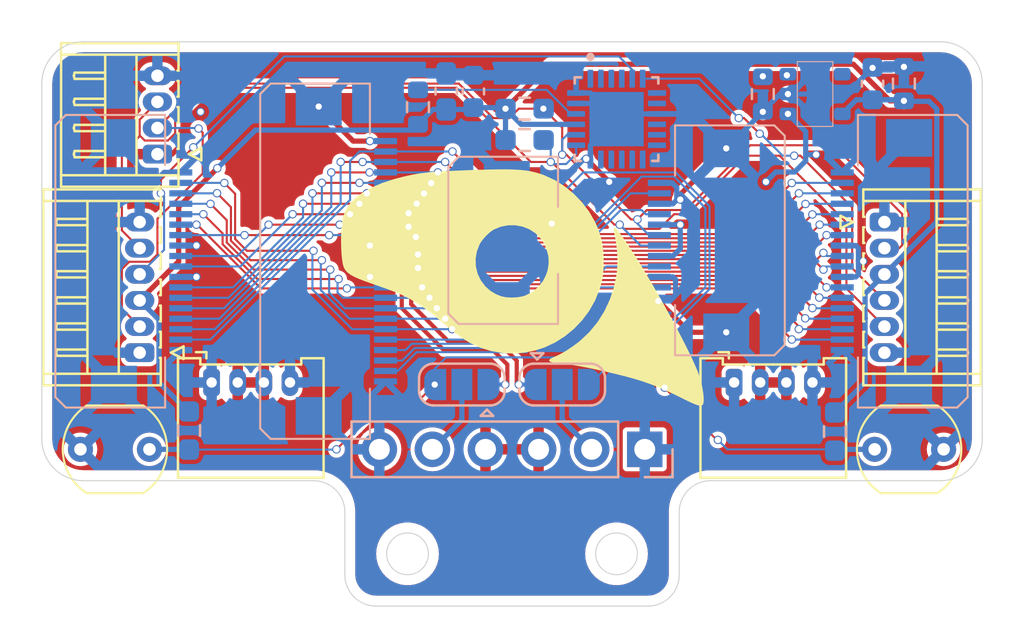
<source format=kicad_pcb>
(kicad_pcb (version 20240108) (generator "pcbnew") (generator_version "8.0")
  (layers (0 "F.Cu" signal) (31 "B.Cu" signal) (34 "B.Paste" user) (35 "F.Paste" user) (36 "B.SilkS" user "B.Silkscreen") (37 "F.SilkS" user "F.Silkscreen") (38 "B.Mask" user) (39 "F.Mask" user) (44 "Edge.Cuts" user))
  (net 0 "")
  (net 1 "GND")
  (net 2 "+3V3")
  (net 3 "+5V")
  (net 4 "SCL")
  (net 5 "SDA")
  (net 6 "Net-(U2-~{INT})")
  (net 7 "EXP Comms B")
  (net 8 "EXP Comms A")
  (net 11 "XShut 0")
  (net 18 "XShut 1")
  (net 25 "GPIO 2")
  (net 26 "GPIO 1")
  (net 27 "GPIO 0")
  (net 28 "GPIO 3")
  (net 29 "Exp 11")
  (net 30 "Exp 5")
  (net 31 "Exp 7")
  (net 32 "Exp 4")
  (net 33 "Exp 13")
  (net 34 "Exp 0")
  (net 35 "Exp 2")
  (net 36 "Exp 12")
  (net 37 "Exp 8")
  (net 38 "Exp 10")
  (net 39 "Exp 6")
  (net 40 "Exp 9")
  (net 41 "Exp 1")
  (net 42 "Exp 3")
  (net 43 "USB -")
  (net 44 "USB +")
  (net 45 "Net-(J2-Pin_2)")
  (net 46 "Net-(J2-Pin_5)")
  (footprint "Connector_Molex:Molex_PicoBlade_53048-0410_1x04_P1.25mm_Horizontal" (layer "F.Cu") (at 135.625 105.8)
    (property "Reference" "J4" (hide yes))
    (property "Value" "JST [D]" (hide yes))
  )
  (footprint "Connector_Hirose:Hirose_DF13-04P-1.25DS_1x04_P1.25mm_Horizontal" (layer "F.Cu") (at 133.0325 94.875 90)
    (property "Reference" "J1" (hide yes))
    (property "Value" "USB" (hide yes))
  )
  (footprint "Photoresistor:Photoresistor Aliexpress" (layer "F.Cu") (at 169 109)
    (property "Reference" "R4" (hide yes))
    (property "Value" "R_Photo" (hide yes))
  )
  (footprint "Photoresistor:Photoresistor Aliexpress" (layer "F.Cu") (at 131 109 180)
    (property "Reference" "R5" (hide yes))
    (property "Value" "R_Photo" (hide yes))
  )
  (footprint "Connector_Hirose:Hirose_DF13-06P-1.25DS_1x06_P1.25mm_Horizontal" (layer "F.Cu") (at 132.1825 104.375001 90)
    (property "Reference" "U3" (hide yes))
    (property "Value" "TOF 0" (hide yes))
  )
  (footprint "Connector_Molex:Molex_PicoBlade_53048-0410_1x04_P1.25mm_Horizontal" (layer "F.Cu") (at 160.625 105.8)
    (property "Reference" "J3" (hide yes))
    (property "Value" "JST [D]" (hide yes))
  )
  (footprint "Logo:Logo_20mm" (layer "F.Cu") (at 150 100)
    (property "Reference" "REF**" (hide yes))
    (property "Value" "Logo_20mm" (hide yes))
  )
  (footprint "Connector_Hirose:Hirose_DF13-06P-1.25DS_1x06_P1.25mm_Horizontal" (layer "F.Cu") (at 167.8175 98.125 -90)
    (property "Reference" "U4" (hide yes))
    (property "Value" "TOF 1" (hide yes))
  )
  (footprint "Capacitor_SMD:C_0603_1608Metric" (layer "B.Cu") (at 167.25 91.5 90)
    (property "Reference" "C5" (hide yes))
    (property "Value" "10uF" (hide yes))
  )
  (footprint "FFC_Connector:FFC Aliexpress 0.5mm 18P" (layer "B.Cu") (at 133.2 100 90)
    (property "Reference" "U9" (hide yes))
    (property "Value" "Display" (hide yes))
  )
  (footprint "Jumper:SolderJumper-3_P1.3mm_Open_RoundedPad1.0x1.5mm" (layer "B.Cu") (at 152.4 105.9)
    (property "Reference" "JP1" (hide yes))
    (property "Value" "SolderJumper_3_Open" (hide yes))
  )
  (footprint "AP7366-SOT25:AP7366" (layer "B.Cu") (at 164.5 92 -90)
    (property "Reference" "U8" (hide yes))
    (property "Value" "AP7366-33W5-7" (hide yes))
  )
  (footprint "Connector_PinHeader_2.54mm:PinHeader_1x06_P2.54mm_Vertical" (layer "B.Cu") (at 156.35 109 90)
    (property "Reference" "J2" (hide yes))
    (property "Value" "Pogo Pins" (hide yes))
  )
  (footprint "Resistor_SMD:R_0603_1608Metric" (layer "B.Cu") (at 162 92 -90)
    (property "Reference" "C3" (hide yes))
    (property "Value" "1uF" (hide yes))
  )
  (footprint "Resistor_SMD:R_0603_1608Metric" (layer "B.Cu") (at 145.5 92.625 90)
    (property "Reference" "R3" (hide yes))
    (property "Value" "10K" (hide yes))
  )
  (footprint "FFC_Connector:FFC Aliexpress 0.5mm 6P" (layer "B.Cu") (at 152 99 90)
    (property "Reference" "U1" (hide yes))
    (property "Value" "Comms Link Expansion" (hide yes))
  )
  (footprint "Resistor_SMD:R_0603_1608Metric_Pad0.98x0.95mm_HandSolder" (layer "B.Cu") (at 150.6 92.7)
    (property "Reference" "R2" (hide yes))
    (property "Value" "10K" (hide yes))
  )
  (footprint "Capacitor_SMD:C_0603_1608Metric_Pad1.08x0.95mm_HandSolder" (layer "B.Cu") (at 146.85 91.875 90)
    (property "Reference" "C2" (hide yes))
    (property "Value" "22uF" (hide yes))
  )
  (footprint "Resistor_SMD:R_0603_1608Metric_Pad0.98x0.95mm_HandSolder" (layer "B.Cu") (at 150.6 94.2)
    (property "Reference" "R1" (hide yes))
    (property "Value" "10K" (hide yes))
  )
  (footprint "Resistor_SMD:R_0603_1608Metric_Pad0.98x0.95mm_HandSolder" (layer "B.Cu") (at 134.55 108.1 -90)
    (property "Reference" "R7" (hide yes))
    (property "Value" "10K" (hide yes))
  )
  (footprint "Resistor_SMD:R_0603_1608Metric" (layer "B.Cu") (at 168.75 91.5 90)
    (property "Reference" "C4" (hide yes))
    (property "Value" "1uF" (hide yes))
  )
  (footprint "Capacitor_SMD:C_0603_1608Metric" (layer "B.Cu") (at 148.15 91.875 90)
    (property "Reference" "C1" (hide yes))
    (property "Value" "0.1uF" (hide yes))
  )
  (footprint "IO_Expander_TCA9535RTWR:QFN50P400X400X80-25N" (layer "B.Cu") (at 155 93.2 -90)
    (property "Reference" "U2" (hide yes))
    (property "Value" "TCA9535RTWR" (hide yes))
  )
  (footprint "FFC_Connector:FFC Aliexpress 0.5mm 24P" (layer "B.Cu") (at 143 100 90)
    (property "Reference" "U7" (hide yes))
    (property "Value" "Expansion" (hide yes))
  )
  (footprint "FFC_Connector:FFC Aliexpress 0.5mm 18P" (layer "B.Cu") (at 166.75 100 -90)
    (property "Reference" "U6" (hide yes))
    (property "Value" "Display" (hide yes))
  )
  (footprint "Jumper:SolderJumper-3_P1.3mm_Open_RoundedPad1.0x1.5mm" (layer "B.Cu") (at 147.6 105.9 180)
    (property "Reference" "JP2" (hide yes))
    (property "Value" "SolderJumper_3_Open" (hide yes))
  )
  (footprint "Resistor_SMD:R_0603_1608Metric_Pad0.98x0.95mm_HandSolder" (layer "B.Cu") (at 165.45 108.15 -90)
    (property "Reference" "R6" (hide yes))
    (property "Value" "10K" (hide yes))
  )
  (footprint "FFC_Connector:FFC Aliexpress 0.5mm 12P" (layer "B.Cu") (at 158 99 -90)
    (property "Reference" "U5" (hide yes))
    (property "Value" "FFC [U]" (hide yes))
  )
  (gr_arc (start 129.5 110.500001) (mid 128.085785 109.914215) (end 127.499999 108.5) (stroke (width 0.05)) (layer "Edge.Cuts"))
  (gr_line (start 129.5 110.500001) (end 140.5 110.5) (stroke (width 0.05)) (layer "Edge.Cuts"))
  (gr_line (start 127.499999 108.5) (end 127.5 91.5) (stroke (width 0.05)) (layer "Edge.Cuts"))
  (gr_line (start 159.5 110.5) (end 170.499999 110.5) (stroke (width 0.05)) (layer "Edge.Cuts"))
  (gr_line (start 129.5 89.5) (end 170.499998 89.500002) (stroke (width 0.05)) (layer "Edge.Cuts"))
  (gr_arc (start 127.5 91.5) (mid 128.085786 90.085786) (end 129.5 89.5) (stroke (width 0.05)) (layer "Edge.Cuts"))
  (gr_arc (start 143.5 116.5) (mid 142.43934 116.06066) (end 142 115) (stroke (width 0.05)) (layer "Edge.Cuts"))
  (gr_arc (start 158 115) (mid 157.56066 116.06066) (end 156.5 116.5) (stroke (width 0.05)) (layer "Edge.Cuts"))
  (gr_circle (center 155 114) (end 155 113) (stroke (width 0.05)) (fill none) (layer "Edge.Cuts"))
  (gr_line (start 172.499998 91.500002) (end 172.5 108.499999) (stroke (width 0.05)) (layer "Edge.Cuts"))
  (gr_arc (start 140.5 110.5) (mid 141.56066 110.93934) (end 142 112) (stroke (width 0.05)) (layer "Edge.Cuts"))
  (gr_arc (start 172.5 108.499999) (mid 171.914214 109.914214) (end 170.499999 110.5) (stroke (width 0.05)) (layer "Edge.Cuts"))
  (gr_line (start 143.5 116.5) (end 156.5 116.5) (stroke (width 0.05)) (layer "Edge.Cuts"))
  (gr_line (start 142 112) (end 142 115) (stroke (width 0.05)) (layer "Edge.Cuts"))
  (gr_arc (start 170.499998 89.500002) (mid 171.914212 90.085788) (end 172.499998 91.500002) (stroke (width 0.05)) (layer "Edge.Cuts"))
  (gr_arc (start 158 112) (mid 158.43934 110.93934) (end 159.5 110.5) (stroke (width 0.05)) (layer "Edge.Cuts"))
  (gr_circle (center 145 114) (end 145 113) (stroke (width 0.05)) (fill none) (layer "Edge.Cuts"))
  (gr_line (start 158 115) (end 158 112) (stroke (width 0.05)) (layer "Edge.Cuts"))
  (segment (start 157 101.9) (end 158.5 103.4) (width 0.25) (layer "F.Cu") (net 1))
  (segment (start 154.7 96.2) (end 154.65 96.2) (width 0.25) (layer "F.Cu") (net 1))
  (segment (start 168.75 90.7) (end 167.3 90.7) (width 0.25) (layer "F.Cu") (net 1))
  (segment (start 153.55 95.1) (end 154.65 96.2) (width 0.25) (layer "F.Cu") (net 1))
  (segment (start 142.4 94.25) (end 140.75 92.6) (width 0.25) (layer "F.Cu") (net 1))
  (segment (start 158.05 96.8) (end 160.25 94.6) (width 0.25) (layer "F.Cu") (net 1))
  (segment (start 143.2 94.25) (end 142.4 94.25) (width 0.25) (layer "F.Cu") (net 1))
  (segment (start 158.5 103.4) (end 160.25 103.4) (width 0.25) (layer "F.Cu") (net 1))
  (segment (start 158.05 97.05) (end 158.05 96.8) (width 0.25) (layer "F.Cu") (net 1))
  (segment (start 167.3 90.7) (end 167.25 90.75) (width 0.25) (layer "F.Cu") (net 1))
  (via (at 143.2 94.25) (size 0.4) (drill 0.3) (layers "F.Cu" "B.Cu") (net 1))
  (via (at 157 101.9) (size 0.4) (drill 0.3) (layers "F.Cu" "B.Cu") (net 1))
  (via (at 160.25 103.4) (size 0.4) (drill 0.3) (layers "F.Cu" "B.Cu") (net 1))
  (via (at 154.65 96.2) (size 0.4) (drill 0.3) (layers "F.Cu" "B.Cu") (net 1))
  (via (at 163.2 92) (size 0.4) (drill 0.3) (layers "F.Cu" "B.Cu") (net 1))
  (via (at 140.75 92.6) (size 0.4) (drill 0.3) (layers "F.Cu" "B.Cu") (net 1))
  (via (at 162 92.85) (size 0.4) (drill 0.3) (layers "F.Cu" "B.Cu") (net 1))
  (via (at 158.05 97.05) (size 0.4) (drill 0.3) (layers "F.Cu" "B.Cu") (net 1))
  (via (at 153.55 95.1) (size 0.4) (drill 0.3) (layers "F.Cu" "B.Cu") (net 1))
  (via (at 167.25 90.75) (size 0.4) (drill 0.3) (layers "F.Cu" "B.Cu") (net 1))
  (via (at 160.25 94.6) (size 0.4) (drill 0.3) (layers "F.Cu" "B.Cu") (net 1))
  (via (at 168.75 90.7) (size 0.4) (drill 0.3) (layers "F.Cu" "B.Cu") (net 1))
  (segment (start 157.825 100.875) (end 157.825 101.625) (width 0.25) (layer "B.Cu") (net 1))
  (segment (start 162 92.85) (end 160.25 94.6) (width 0.25) (layer "B.Cu") (net 1))
  (segment (start 153.75 91.95) (end 155 93.2) (width 0.25) (layer "B.Cu") (net 1))
  (segment (start 155 93.2) (end 155.25 92.95) (width 0.25) (layer "B.Cu") (net 1))
  (segment (start 153.585 95.135) (end 153.55 95.1) (width 0.25) (layer "B.Cu") (net 1))
  (segment (start 157.661092 96.25) (end 157.880546 96.469454) (width 0.25) (layer "B.Cu") (net 1))
  (segment (start 152.45 96.1) (end 149.75 96.1) (width 0.25) (layer "B.Cu") (net 1))
  (segment (start 158.030546 97.069454) (end 158.05 97.05) (width 0.25) (layer "B.Cu") (net 1))
  (segment (start 155.25 92.95) (end 156.935 92.95) (width 0.25) (layer "B.Cu") (net 1))
  (segment (start 154.25 92.45) (end 155 93.2) (width 0.25) (layer "B.Cu") (net 1))
  (segment (start 157.880546 96.469454) (end 157.880546 97.069454) (width 0.25) (layer "B.Cu") (net 1))
  (segment (start 153.75 94.45) (end 155 93.2) (width 0.25) (layer "B.Cu") (net 1))
  (segment (start 162.825 92) (end 162 92.825) (width 0.25) (layer "B.Cu") (net 1))
  (segment (start 143.949999 94.25) (end 143.2 94.25) (width 0.25) (layer "B.Cu") (net 1))
  (segment (start 158.575 100.875) (end 157.55 101.9) (width 0.25) (layer "B.Cu") (net 1))
  (segment (start 153.45 95.1) (end 152.45 96.1) (width 0.25) (layer "B.Cu") (net 1))
  (segment (start 163.2 92) (end 162.825 92) (width 0.25) (layer "B.Cu") (net 1))
  (segment (start 157.880546 97.069454) (end 158.030546 97.069454) (width 0.25) (layer "B.Cu") (net 1))
  (segment (start 153.75 95.135) (end 153.75 94.45) (width 0.25) (layer "B.Cu") (net 1))
  (segment (start 154.65 96.2) (end 154.5 96.2) (width 0.25) (layer "B.Cu") (net 1))
  (segment (start 134.15 95.75) (end 133.35 95.75) (width 0.25) (layer "B.Cu") (net 1))
  (segment (start 158.575 97.575) (end 158.575 100.875) (width 0.25) (layer "B.Cu") (net 1))
  (segment (start 157.05 100.749999) (end 157.699999 100.749999) (width 0.25) (layer "B.Cu") (net 1))
  (segment (start 157.880546 97.069454) (end 157.699999 97.250001) (width 0.25) (layer "B.Cu") (net 1))
  (segment (start 168.75 90.675) (end 168.75 90.7) (width 0.1) (layer "B.Cu") (net 1))
  (segment (start 167.25 90.75) (end 166 92) (width 0.25) (layer "B.Cu") (net 1))
  (segment (start 158.05 97.05) (end 158.575 97.575) (width 0.25) (layer "B.Cu") (net 1))
  (segment (start 153.064999 92.45) (end 154.25 92.45) (width 0.25) (layer "B.Cu") (net 1))
  (segment (start 154.5 96.2) (end 152.95 97.75) (width 0.25) (layer "B.Cu") (net 1))
  (segment (start 157.55 101.9) (end 157 101.9) (width 0.25) (layer "B.Cu") (net 1))
  (segment (start 167.25 90.725) (end 167.25 90.75) (width 0.1) (layer "B.Cu") (net 1))
  (segment (start 153.065 91.95) (end 153.75 91.95) (width 0.25) (layer "B.Cu") (net 1))
  (segment (start 162 92.825) (end 162 92.85) (width 0.1) (layer "B.Cu") (net 1))
  (segment (start 153.55 95.1) (end 153.45 95.1) (width 0.25) (layer "B.Cu") (net 1))
  (segment (start 153.75 95.135) (end 153.585 95.135) (width 0.25) (layer "B.Cu") (net 1))
  (segment (start 157.825 101.625) (end 157.7 101.75) (width 0.25) (layer "B.Cu") (net 1))
  (segment (start 157.05 96.25) (end 157.661092 96.25) (width 0.25) (layer "B.Cu") (net 1))
  (segment (start 157.699999 100.749999) (end 157.825 100.875) (width 0.25) (layer "B.Cu") (net 1))
  (segment (start 157.05 101.85) (end 157 101.9) (width 0.25) (layer "B.Cu") (net 1))
  (segment (start 132.1825 96.9175) (end 132.1825 98.125002) (width 0.25) (layer "B.Cu") (net 1))
  (segment (start 157.7 101.75) (end 157.05 101.75) (width 0.25) (layer "B.Cu") (net 1))
  (segment (start 157.05 101.75) (end 157.05 101.85) (width 0.25) (layer "B.Cu") (net 1))
  (segment (start 133.35 95.75) (end 132.1825 96.9175) (width 0.25) (layer "B.Cu") (net 1))
  (segment (start 166 92) (end 163.2 92) (width 0.25) (layer "B.Cu") (net 1))
  (segment (start 157.699999 97.250001) (end 157.05 97.250001) (width 0.25) (layer "B.Cu") (net 1))
  (segment (start 134.05 100.007501) (end 132.1825 101.875001) (width 0.25) (layer "F.Cu") (net 2))
  (segment (start 134.05 97.4) (end 134.05 100.007501) (width 0.25) (layer "F.Cu") (net 2))
  (segment (start 151.8125 90.575) (end 166.332537 90.575) (width 0.25) (layer "F.Cu") (net 2))
  (segment (start 149.6875 92.7) (end 151.8125 90.575) (width 0.25) (layer "F.Cu") (net 2))
  (segment (start 135.9 95.55) (end 134.05 97.4) (width 0.25) (layer "F.Cu") (net 2))
  (segment (start 166.332537 90.575) (end 168.082537 92.325) (width 0.25) (layer "F.Cu") (net 2))
  (segment (start 168.082537 92.325) (end 168.75 92.325) (width 0.25) (layer "F.Cu") (net 2))
  (via (at 168.75 92.325) (size 0.4) (drill 0.3) (layers "F.Cu" "B.Cu") (net 2))
  (via (at 135.9 95.55) (size 0.4) (drill 0.3) (layers "F.Cu" "B.Cu") (net 2))
  (via (at 149.6875 92.7) (size 0.4) (drill 0.3) (layers "F.Cu" "B.Cu") (net 2))
  (segment (start 146.85 92.737501) (end 148.062499 92.737501) (width 0.25) (layer "B.Cu") (net 2))
  (segment (start 168.75 92.35) (end 169.95 92.35) (width 0.25) (layer "B.Cu") (net 2))
  (segment (start 146.212499 92.737501) (end 145.5 93.45) (width 0.25) (layer "B.Cu") (net 2))
  (segment (start 145.5 93.45) (end 145.225 93.725) (width 0.25) (layer "B.Cu") (net 2))
  (segment (start 137.725 93.725) (end 135.9 95.55) (width 0.25) (layer "B.Cu") (net 2))
  (segment (start 166.475 92.275) (end 165.8 92.95) (width 0.25) (layer "B.Cu") (net 2))
  (segment (start 165.5 107.1875) (end 166.8925 105.795) (width 0.25) (layer "B.Cu") (net 2))
  (segment (start 167.25 92.275) (end 166.475 92.275) (width 0.25) (layer "B.Cu") (net 2))
  (segment (start 170.325 92.725) (end 170.325 98.1175) (width 0.25) (layer "B.Cu") (net 2))
  (segment (start 167.25 92.275) (end 168.7 92.275) (width 0.25) (layer "B.Cu") (net 2))
  (segment (start 150.4375 93.45) (end 153.065 93.45) (width 0.25) (layer "B.Cu") (net 2))
  (segment (start 132.1825 101.875001) (end 133.1075 102.800001) (width 0.25) (layer "B.Cu") (net 2))
  (segment (start 169.95 92.35) (end 170.325 92.725) (width 0.25) (layer "B.Cu") (net 2))
  (segment (start 148.15 92.65) (end 149.6375 92.65) (width 0.25) (layer "B.Cu") (net 2))
  (segment (start 133.1075 105.795) (end 134.5 107.1875) (width 0.25) (layer "B.Cu") (net 2))
  (segment (start 145.225 93.725) (end 137.725 93.725) (width 0.25) (layer "B.Cu") (net 2))
  (segment (start 168.7 92.275) (end 168.75 92.325) (width 0.25) (layer "B.Cu") (net 2))
  (segment (start 146.85 92.737501) (end 146.212499 92.737501) (width 0.25) (layer "B.Cu") (net 2))
  (segment (start 166.8925 105.795) (end 166.8925 101.55) (width 0.25) (layer "B.Cu") (net 2))
  (segment (start 149.6375 92.65) (end 149.6875 92.7) (width 0.25) (layer "B.Cu") (net 2))
  (segment (start 148.062499 92.737501) (end 148.15 92.65) (width 0.25) (layer "B.Cu") (net 2))
  (segment (start 149.6875 92.7) (end 149.6875 94.2) (width 0.25) (layer "B.Cu") (net 2))
  (segment (start 149.6875 92.7) (end 150.4375 93.45) (width 0.25) (layer "B.Cu") (net 2))
  (segment (start 166.8925 101.55) (end 167.8175 100.625) (width 0.25) (layer "B.Cu") (net 2))
  (segment (start 167.25 92.275) (end 168.675 92.275) (width 0.25) (layer "B.Cu") (net 2))
  (segment (start 170.325 98.1175) (end 167.8175 100.625) (width 0.25) (layer "B.Cu") (net 2))
  (segment (start 168.75 92.35) (end 168.75 92.325) (width 0.1) (layer "B.Cu") (net 2))
  (segment (start 133.1075 102.800001) (end 133.1075 105.795) (width 0.25) (layer "B.Cu") (net 2))
  (segment (start 168.675 92.275) (end 168.75 92.35) (width 0.25) (layer "B.Cu") (net 2))
  (segment (start 158.05 98.25) (end 160.1 98.25) (width 0.25) (layer "F.Cu") (net 3))
  (segment (start 165.4 95.65) (end 164.65 94.9) (width 0.25) (layer "F.Cu") (net 3))
  (segment (start 166.8 100) (end 166.8 97.05) (width 0.25) (layer "F.Cu") (net 3))
  (segment (start 134.1575 93.75) (end 135.0575 92.85) (width 0.25) (layer "F.Cu") (net 3))
  (segment (start 166.8 97.05) (end 165.4 95.65) (width 0.25) (layer "F.Cu") (net 3))
  (segment (start 133.0325 94.875) (end 133.7325 94.875) (width 0.25) (layer "F.Cu") (net 3))
  (segment (start 134.1575 94.45) (end 134.1575 93.75) (width 0.25) (layer "F.Cu") (net 3))
  (segment (start 135.0575 92.85) (end 135.1 92.85) (width 0.25) (layer "F.Cu") (net 3))
  (segment (start 160.1 98.25) (end 162.15 96.2) (width 0.25) (layer "F.Cu") (net 3))
  (segment (start 133.7325 94.875) (end 134.1575 94.45) (width 0.25) (layer "F.Cu") (net 3))
  (segment (start 164.65 94.9) (end 164.55 94.9) (width 0.25) (layer "F.Cu") (net 3))
  (via (at 162.15 96.2) (size 0.4) (drill 0.3) (layers "F.Cu" "B.Cu") (net 3))
  (via (at 134.9 99.25) (size 0.4) (drill 0.3) (layers "F.Cu" "B.Cu") (net 3))
  (via (at 163.15 91.1) (size 0.4) (drill 0.3) (layers "F.Cu" "B.Cu") (net 3))
  (via (at 163.2 92.95) (size 0.4) (drill 0.3) (layers "F.Cu" "B.Cu") (net 3))
  (via (at 143.2 100.75) (size 0.4) (drill 0.3) (layers "F.Cu" "B.Cu") (net 3))
  (via (at 164.55 94.9) (size 0.4) (drill 0.3) (layers "F.Cu" "B.Cu") (net 3))
  (via (at 158.05 98.25) (size 0.4) (drill 0.3) (layers "F.Cu" "B.Cu") (net 3))
  (via (at 166.8 100) (size 0.4) (drill 0.3) (layers "F.Cu" "B.Cu") (net 3))
  (via (at 151.9 98.2) (size 0.4) (drill 0.3) (layers "F.Cu" "B.Cu") (net 3))
  (via (at 162 91.15) (size 0.4) (drill 0.3) (layers "F.Cu" "B.Cu") (net 3))
  (via (at 143.2 99.25) (size 0.4) (drill 0.3) (layers "F.Cu" "B.Cu") (net 3))
  (via (at 135.1 92.85) (size 0.4) (drill 0.3) (layers "F.Cu" "B.Cu") (net 3))
  (via (at 134.9 100.75) (size 0.4) (drill 0.3) (layers "F.Cu" "B.Cu") (net 3))
  (segment (start 157.05 98.249999) (end 158.049999 98.249999) (width 0.25) (layer "B.Cu") (net 3))
  (segment (start 166.575 100.625) (end 166.449999 100.750001) (width 0.25) (layer "B.Cu") (net 3))
  (segment (start 162.619378 95.730622) (end 163.519378 95.730622) (width 0.25) (layer "B.Cu") (net 3))
  (segment (start 134.15 99.249999) (end 134.899999 99.249999) (width 0.25) (layer "B.Cu") (net 3))
  (segment (start 152.300001 98.75) (end 152.95 98.75) (width 0.25) (layer "B.Cu") (net 3))
  (segment (start 164.55 94.9) (end 164.05 94.9) (width 0.25) (layer "B.Cu") (net 3))
  (segment (start 158.05 99.4) (end 157.699999 99.750001) (width 0.25) (layer "B.Cu") (net 3))
  (segment (start 134.899999 99.249999) (end 134.9 99.25) (width 0.25) (layer "B.Cu") (net 3))
  (segment (start 143.200001 99.249999) (end 143.2 99.25) (width 0.25) (layer "B.Cu") (net 3))
  (segment (start 162 91.175) (end 162 91.15) (width 0.1) (layer "B.Cu") (net 3))
  (segment (start 152.95 99.25) (end 152.95 98.75) (width 0.25) (layer "B.Cu") (net 3))
  (segment (start 143.95 100.750001) (end 143.200001 100.750001) (width 0.25) (layer "B.Cu") (net 3))
  (segment (start 162.15 96.2) (end 162.619378 95.730622) (width 0.25) (layer "B.Cu") (net 3))
  (segment (start 134.15 100.750001) (end 134.899999 100.750001) (width 0.25) (layer "B.Cu") (net 3))
  (segment (start 166.575 100) (end 166.8 100) (width 0.25) (layer "B.Cu") (net 3))
  (segment (start 163.519378 95.730622) (end 164.05 95.2) (width 0.25) (layer "B.Cu") (net 3))
  (segment (start 143.95 99.249999) (end 143.200001 99.249999) (width 0.25) (layer "B.Cu") (net 3))
  (segment (start 164.05 93.8) (end 163.2 92.95) (width 0.25) (layer "B.Cu") (net 3))
  (segment (start 165.8 99.249999) (end 166.449999 99.249999) (width 0.25) (layer "B.Cu") (net 3))
  (segment (start 166.575 99.375) (end 166.575 100) (width 0.25) (layer "B.Cu") (net 3))
  (segment (start 163.2 91.05) (end 163.15 91.1) (width 0.1) (layer "B.Cu") (net 3))
  (segment (start 166.449999 100.750001) (end 165.8 100.750001) (width 0.25) (layer "B.Cu") (net 3))
  (segment (start 143.200001 100.750001) (end 143.2 100.75) (width 0.25) (layer "B.Cu") (net 3))
  (segment (start 166.575 100) (end 166.575 100.625) (width 0.25) (layer "B.Cu") (net 3))
  (segment (start 134.899999 100.750001) (end 134.9 100.75) (width 0.25) (layer "B.Cu") (net 3))
  (segment (start 158.05 98.25) (end 158.05 99.4) (width 0.25) (layer "B.Cu") (net 3))
  (segment (start 151.9 98.349999) (end 152.300001 98.75) (width 0.25) (layer "B.Cu") (net 3))
  (segment (start 164.05 95.2) (end 164.05 94.9) (width 0.25) (layer "B.Cu") (net 3))
  (segment (start 157.699999 99.750001) (end 157.05 99.750001) (width 0.25) (layer "B.Cu") (net 3))
  (segment (start 164.05 94.9) (end 164.05 93.8) (width 0.25) (layer "B.Cu") (net 3))
  (segment (start 158.049999 98.249999) (end 158.05 98.25) (width 0.25) (layer "B.Cu") (net 3))
  (segment (start 151.9 98.2) (end 151.9 98.349999) (width 0.25) (layer "B.Cu") (net 3))
  (segment (start 166.449999 99.249999) (end 166.575 99.375) (width 0.25) (layer "B.Cu") (net 3))
  (segment (start 162.8 94.95) (end 166 98.15) (width 0.1) (layer "F.Cu") (net 4))
  (segment (start 131.3325 98.525001) (end 131.3325 94.8675) (width 0.1) (layer "F.Cu") (net 4))
  (segment (start 161.182842 94.95) (end 162.8 94.95) (width 0.1) (layer "F.Cu") (net 4))
  (segment (start 131.3325 94.8675) (end 132.2 94) (width 0.1) (layer "F.Cu") (net 4))
  (segment (start 133.8825 93.2675) (end 133.8825 93.873529) (width 0.1) (layer "F.Cu") (net 4))
  (segment (start 132.2 94) (end 132.1825 93.9825) (width 0.1) (layer "F.Cu") (net 4))
  (segment (start 155.35 98.45) (end 157.05 98.45) (width 0.1) (layer "F.Cu") (net 4))
  (segment (start 154.9 98.25) (end 151.9 95.25) (width 0.1) (layer "F.Cu") (net 4))
  (segment (start 133.531028 94.225001) (end 132.425001 94.225001) (width 0.1) (layer "F.Cu") (net 4))
  (segment (start 132.425001 94.225001) (end 132.2 94) (width 0.1) (layer "F.Cu") (net 4))
  (segment (start 151.85 95.25) (end 150.9 95.25) (width 0.1) (layer "F.Cu") (net 4))
  (segment (start 132.1825 93.9825) (end 132.1825 93.225) (width 0.1) (layer "F.Cu") (net 4))
  (segment (start 132.1825 93.225) (end 133.0325 92.375) (width 0.1) (layer "F.Cu") (net 4))
  (segment (start 158.382842 97.75) (end 161.182842 94.95) (width 0.1) (layer "F.Cu") (net 4))
  (segment (start 166 101.3075) (end 167.8175 103.125) (width 0.1) (layer "F.Cu") (net 4))
  (segment (start 150.9 95.25) (end 147.35 91.7) (width 0.1) (layer "F.Cu") (net 4))
  (segment (start 155.15 98.25) (end 154.9 98.25) (width 0.1) (layer "F.Cu") (net 4))
  (segment (start 132.1825 99.375001) (end 131.3325 98.525001) (width 0.1) (layer "F.Cu") (net 4))
  (segment (start 166 98.15) (end 166 101.3075) (width 0.1) (layer "F.Cu") (net 4))
  (segment (start 151.9 95.25) (end 151.85 95.25) (width 0.1) (layer "F.Cu") (net 4))
  (segment (start 147.35 91.7) (end 135.45 91.7) (width 0.1) (layer "F.Cu") (net 4))
  (segment (start 133.8825 93.873529) (end 133.531028 94.225001) (width 0.1) (layer "F.Cu") (net 4))
  (segment (start 157.05 98.45) (end 157.75 97.75) (width 0.1) (layer "F.Cu") (net 4))
  (segment (start 155.15 98.25) (end 155.35 98.45) (width 0.1) (layer "F.Cu") (net 4))
  (segment (start 157.75 97.75) (end 158.382842 97.75) (width 0.1) (layer "F.Cu") (net 4))
  (segment (start 135.45 91.7) (end 133.8825 93.2675) (width 0.1) (layer "F.Cu") (net 4))
  (via (at 151.85 95.25) (size 0.4) (drill 0.3) (layers "F.Cu" "B.Cu") (net 4))
  (via (at 155.15 98.25) (size 0.4) (drill 0.3) (layers "F.Cu" "B.Cu") (net 4))
  (segment (start 153.065 94.45) (end 153.065 94.871397) (width 0.1) (layer "B.Cu") (net 4))
  (segment (start 151.85 94.5375) (end 151.5125 94.2) (width 0.1) (layer "B.Cu") (net 4))
  (segment (start 156.15 99.25) (end 157.05 99.25) (width 0.1) (layer "B.Cu") (net 4))
  (segment (start 153.065 94.871397) (end 152.586397 95.35) (width 0.1) (layer "B.Cu") (net 4))
  (segment (start 155.15 98.25) (end 156.15 99.25) (width 0.1) (layer "B.Cu") (net 4))
  (segment (start 152.586397 95.35) (end 151.95 95.35) (width 0.1) (layer "B.Cu") (net 4))
  (segment (start 151.95 95.35) (end 151.85 95.25) (width 0.1) (layer "B.Cu") (net 4))
  (segment (start 151.85 95.25) (end 151.85 94.5375) (width 0.1) (layer "B.Cu") (net 4))
  (segment (start 133.0325 97.9675) (end 133.0325 99.67353) (width 0.1) (layer "F.Cu") (net 5))
  (segment (start 135 93.65) (end 135.2 93.85) (width 0.1) (layer "F.Cu") (net 5))
  (segment (start 158.3 97.55) (end 156.45 97.55) (width 0.1) (layer "F.Cu") (net 5))
  (segment (start 155.7 98) (end 152.6 94.9) (width 0.1) (layer "F.Cu") (net 5))
  (segment (start 131.3325 100.376474) (end 131.3325 102.275002) (width 0.1) (layer "F.Cu") (net 5))
  (segment (start 151.5 92.7) (end 150.323897 92.7) (width 0.1) (layer "F.Cu") (net 5))
  (segment (start 156 98) (end 155.7 98) (width 0.1) (layer "F.Cu") (net 5))
  (segment (start 165.379064 94.45) (end 161.4 94.45) (width 0.1) (layer "F.Cu") (net 5))
  (segment (start 168.525001 99.374999) (end 168.6675 99.2325) (width 0.1) (layer "F.Cu") (net 5))
  (segment (start 152.6 94.9) (end 152.4 94.9) (width 0.1) (layer "F.Cu") (net 5))
  (segment (start 133.0325 99.67353) (end 132.681028 100.025002) (width 0.1) (layer "F.Cu") (net 5))
  (segment (start 152.4 93.6) (end 152.4 94.9) (width 0.1) (layer "F.Cu") (net 5))
  (segment (start 149.873897 93.15) (end 149.1 93.15) (width 0.1) (layer "F.Cu") (net 5))
  (segment (start 150.323897 92.7) (end 149.873897 93.15) (width 0.1) (layer "F.Cu") (net 5))
  (segment (start 168.6675 97.738436) (end 165.379064 94.45) (width 0.1) (layer "F.Cu") (net 5))
  (segment (start 156.45 97.55) (end 156 98) (width 0.1) (layer "F.Cu") (net 5))
  (segment (start 149.1 93.15) (end 147.45 91.5) (width 0.1) (layer "F.Cu") (net 5))
  (segment (start 151.5 92.7) (end 152.4 93.6) (width 0.1) (layer "F.Cu") (net 5))
  (segment (start 135.2 93.85) (end 135.2 95.8) (width 0.1) (layer "F.Cu") (net 5))
  (segment (start 135.2 95.8) (end 133.0325 97.9675) (width 0.1) (layer "F.Cu") (net 5))
  (segment (start 161.4 94.45) (end 158.3 97.55) (width 0.1) (layer "F.Cu") (net 5))
  (segment (start 131.3325 102.275002) (end 132.1825 103.125002) (width 0.1) (layer "F.Cu") (net 5))
  (segment (start 131.683972 100.025002) (end 131.3325 100.376474) (width 0.1) (layer "F.Cu") (net 5))
  (segment (start 168.6675 99.2325) (end 168.6675 97.738436) (width 0.1) (layer "F.Cu") (net 5))
  (segment (start 132.681028 100.025002) (end 131.683972 100.025002) (width 0.1) (layer "F.Cu") (net 5))
  (segment (start 147.45 91.5) (end 135.157501 91.5) (width 0.1) (layer "F.Cu") (net 5))
  (segment (start 167.8175 99.374999) (end 168.525001 99.374999) (width 0.1) (layer "F.Cu") (net 5))
  (segment (start 135.157501 91.5) (end 133.0325 93.625001) (width 0.1) (layer "F.Cu") (net 5))
  (via (at 151.5 92.7) (size 0.4) (drill 0.3) (layers "F.Cu" "B.Cu") (net 5))
  (via (at 156 98) (size 0.4) (drill 0.3) (layers "F.Cu" "B.Cu") (net 5))
  (via (at 152.4 94.9) (size 0.4) (drill 0.3) (layers "F.Cu" "B.Cu") (net 5))
  (via (at 135 93.65) (size 0.4) (drill 0.3) (layers "F.Cu" "B.Cu") (net 5))
  (segment (start 152.634999 93.95) (end 152.4 94.184999) (width 0.1) (layer "B.Cu") (net 5))
  (segment (start 133.0325 93.625001) (end 134.875001 93.625001) (width 0.1) (layer "B.Cu") (net 5))
  (segment (start 156 98.199999) (end 156.550001 98.75) (width 0.1) (layer "B.Cu") (net 5))
  (segment (start 151.5125 92.7) (end 151.5 92.7) (width 0.1) (layer "B.Cu") (net 5))
  (segment (start 153.064999 93.95) (end 152.634999 93.95) (width 0.1) (layer "B.Cu") (net 5))
  (segment (start 134.9 93.65) (end 135 93.65) (width 0.1) (layer "B.Cu") (net 5))
  (segment (start 156.550001 98.75) (end 157.05 98.75) (width 0.1) (layer "B.Cu") (net 5))
  (segment (start 134.875001 93.625001) (end 134.9 93.65) (width 0.1) (layer "B.Cu") (net 5))
  (segment (start 152.4 94.184999) (end 152.4 94.9) (width 0.1) (layer "B.Cu") (net 5))
  (segment (start 156 98) (end 156 98.199999) (width 0.1) (layer "B.Cu") (net 5))
  (segment (start 153.065 92.95) (end 152.806703 92.95) (width 0.1) (layer "B.Cu") (net 6))
  (segment (start 151.656703 91.8) (end 145.5 91.8) (width 0.1) (layer "B.Cu") (net 6))
  (segment (start 152.806703 92.95) (end 151.656703 91.8) (width 0.1) (layer "B.Cu") (net 6))
  (segment (start 141.6 109) (end 143.35 107.25) (width 0.1) (layer "F.Cu") (net 7))
  (segment (start 143.35 107.25) (end 144.95 107.25) (width 0.1) (layer "F.Cu") (net 7))
  (segment (start 144.95 107.25) (end 146.3 105.9) (width 0.1) (layer "F.Cu") (net 7))
  (via (at 146.3 105.9) (size 0.4) (drill 0.3) (layers "F.Cu" "B.Cu") (net 7))
  (via (at 141.6 109) (size 0.4) (drill 0.3) (layers "F.Cu" "B.Cu") (net 7))
  (segment (start 159.25 101.25) (end 155.9 104.6) (width 0.1) (layer "B.Cu") (net 7))
  (segment (start 159.25 97.45) (end 159.25 101.25) (width 0.1) (layer "B.Cu") (net 7))
  (segment (start 156.193296 95.95) (end 157.75 95.95) (width 0.1) (layer "B.Cu") (net 7))
  (segment (start 134.4875 109) (end 134.5 109.0125) (width 0.25) (layer "B.Cu") (net 7))
  (segment (start 152.95 98.249999) (end 153.893297 98.249999) (width 0.1) (layer "B.Cu") (net 7))
  (segment (start 141.5875 109.0125) (end 141.6 109) (width 0.1) (layer "B.Cu") (net 7))
  (segment (start 146.3 105.145) (end 146.3 105.9) (width 0.1) (layer "B.Cu") (net 7))
  (segment (start 153.893297 98.249999) (end 156.193296 95.95) (width 0.1) (layer "B.Cu") (net 7))
  (segment (start 146.845 104.6) (end 146.3 105.145) (width 0.1) (layer "B.Cu") (net 7))
  (segment (start 157.75 95.95) (end 159.25 97.45) (width 0.1) (layer "B.Cu") (net 7))
  (segment (start 134.55 109.0125) (end 141.5875 109.0125) (width 0.1) (layer "B.Cu") (net 7))
  (segment (start 155.9 104.6) (end 146.845 104.6) (width 0.1) (layer "B.Cu") (net 7))
  (segment (start 132.65 109) (end 134.4875 109) (width 0.25) (layer "B.Cu") (net 7))
  (segment (start 159.8 108.55) (end 157.3 106.05) (width 0.1) (layer "F.Cu") (net 8))
  (segment (start 159.85 108.55) (end 159.8 108.55) (width 0.1) (layer "F.Cu") (net 8))
  (via (at 159.85 108.55) (size 0.4) (drill 0.3) (layers "F.Cu" "B.Cu") (net 8))
  (via (at 157.3 106.05) (size 0.4) (drill 0.3) (layers "F.Cu" "B.Cu") (net 8))
  (segment (start 151.45 97.7) (end 151.45 98.900001) (width 0.1) (layer "B.Cu") (net 8))
  (segment (start 151.45 98.900001) (end 152.3 99.750001) (width 0.1) (layer "B.Cu") (net 8))
  (segment (start 157.832843 95.75) (end 153.4 95.75) (width 0.1) (layer "B.Cu") (net 8))
  (segment (start 160.3 109) (end 167.35 109) (width 0.1) (layer "B.Cu") (net 8))
  (segment (start 157.232842 106.05) (end 155.982842 104.8) (width 0.1) (layer "B.Cu") (net 8))
  (segment (start 159.45 101.332842) (end 159.45 97.367157) (width 0.1) (layer "B.Cu") (net 8))
  (segment (start 155.982842 104.8) (end 159.45 101.332842) (width 0.1) (layer "B.Cu") (net 8))
  (segment (start 154.8 104.8) (end 155.982842 104.8) (width 0.1) (layer "B.Cu") (net 8))
  (segment (start 157.3 106.05) (end 157.232842 106.05) (width 0.1) (layer "B.Cu") (net 8))
  (segment (start 167.35 109) (end 165.5125 109) (width 0.25) (layer "B.Cu") (net 8))
  (segment (start 153.4 95.75) (end 151.45 97.7) (width 0.1) (layer "B.Cu") (net 8))
  (segment (start 159.85 108.55) (end 160.3 109) (width 0.1) (layer "B.Cu") (net 8))
  (segment (start 165.5125 109) (end 165.5 109.0125) (width 0.25) (layer "B.Cu") (net 8))
  (segment (start 153.7 105.9) (end 154.8 104.8) (width 0.1) (layer "B.Cu") (net 8))
  (segment (start 152.3 99.750001) (end 152.95 99.750001) (width 0.1) (layer "B.Cu") (net 8))
  (segment (start 159.45 97.367157) (end 157.832843 95.75) (width 0.1) (layer "B.Cu") (net 8))
  (segment (start 133.2 96.1) (end 134.75 94.55) (width 0.1) (layer "F.Cu") (net 11))
  (segment (start 133.2 96.75) (end 133.2 96.1) (width 0.1) (layer "F.Cu") (net 11))
  (via (at 133.2 96.75) (size 0.4) (drill 0.3) (layers "F.Cu" "B.Cu") (net 11))
  (via (at 134.75 94.55) (size 0.4) (drill 0.3) (layers "F.Cu" "B.Cu") (net 11))
  (segment (start 155.115001 90.2) (end 146.5 90.2) (width 0.1) (layer "B.Cu") (net 11))
  (segment (start 133.2 96.75) (end 133.35 96.9) (width 0.1) (layer "B.Cu") (net 11))
  (segment (start 155.75 91.264999) (end 155.75 90.834999) (width 0.1) (layer "B.Cu") (net 11))
  (segment (start 155.75 90.834999) (end 155.115001 90.2) (width 0.1) (layer "B.Cu") (net 11))
  (segment (start 146.5 90.2) (end 139.1 90.2) (width 0.1) (layer "B.Cu") (net 11))
  (segment (start 139.1 90.2) (end 134.75 94.55) (width 0.1) (layer "B.Cu") (net 11))
  (segment (start 133.35 99.457502) (end 132.1825 100.625002) (width 0.1) (layer "B.Cu") (net 11))
  (segment (start 133.35 96.9) (end 133.35 99.457502) (width 0.1) (layer "B.Cu") (net 11))
  (segment (start 163.8 94.95) (end 166.275 97.425) (width 0.1) (layer "F.Cu") (net 18))
  (segment (start 161.1 93.15) (end 161 93.15) (width 0.1) (layer "F.Cu") (net 18))
  (segment (start 163.5 94.95) (end 163.8 94.95) (width 0.1) (layer "F.Cu") (net 18))
  (segment (start 161.85 93.9) (end 161.1 93.15) (width 0.1) (layer "F.Cu") (net 18))
  (segment (start 166.275 100.332499) (end 167.8175 101.874999) (width 0.1) (layer "F.Cu") (net 18))
  (segment (start 166.275 97.425) (end 166.275 100.332499) (width 0.1) (layer "F.Cu") (net 18))
  (segment (start 161 93.15) (end 160.85 93.15) (width 0.1) (layer "F.Cu") (net 18))
  (via (at 161.85 93.9) (size 0.4) (drill 0.3) (layers "F.Cu" "B.Cu") (net 18))
  (via (at 160.85 93.15) (size 0.4) (drill 0.3) (layers "F.Cu" "B.Cu") (net 18))
  (via (at 163.5 94.95) (size 0.4) (drill 0.3) (layers "F.Cu" "B.Cu") (net 18))
  (segment (start 163.5 94.95) (end 162.95 94.95) (width 0.1) (layer "B.Cu") (net 18))
  (segment (start 158.965 91.265) (end 156.25 91.265) (width 0.1) (layer "B.Cu") (net 18))
  (segment (start 162.95 94.95) (end 161.95 93.95) (width 0.1) (layer "B.Cu") (net 18))
  (segment (start 161.9 93.95) (end 161.85 93.9) (width 0.1) (layer "B.Cu") (net 18))
  (segment (start 161.95 93.95) (end 161.9 93.95) (width 0.1) (layer "B.Cu") (net 18))
  (segment (start 160.85 93.15) (end 158.965 91.265) (width 0.1) (layer "B.Cu") (net 18))
  (segment (start 152.232842 102.532844) (end 150.615686 104.15) (width 0.1) (layer "B.Cu") (net 25))
  (segment (start 145.35 104.15) (end 144.75 104.75) (width 0.1) (layer "B.Cu") (net 25))
  (segment (start 154.515684 100.25) (end 152.232842 102.532842) (width 0.1) (layer "B.Cu") (net 25))
  (segment (start 157.05 100.25) (end 154.515684 100.25) (width 0.1) (layer "B.Cu") (net 25))
  (segment (start 144.75 104.75) (end 143.95 104.75) (width 0.1) (layer "B.Cu") (net 25))
  (segment (start 150.615686 104.15) (end 145.35 104.15) (width 0.1) (layer "B.Cu") (net 25))
  (segment (start 152.232842 102.532842) (end 152.232842 102.532844) (width 0.1) (layer "B.Cu") (net 25))
  (segment (start 153.85 100.632843) (end 152.641422 101.841421) (width 0.1) (layer "B.Cu") (net 26))
  (segment (start 156.2 97.55) (end 155.2 97.55) (width 0.1) (layer "B.Cu") (net 26))
  (segment (start 153.85 98.9) (end 153.85 100.632843) (width 0.1) (layer "B.Cu") (net 26))
  (segment (start 152.641421 101.841421) (end 150.65 103.832843) (width 0.1) (layer "B.Cu") (net 26))
  (segment (start 144.9 104.25) (end 143.95 104.25) (width 0.1) (layer "B.Cu") (net 26))
  (segment (start 155.2 97.55) (end 153.85 98.9) (width 0.1) (layer "B.Cu") (net 26))
  (segment (start 150.532843 103.95) (end 145.2 103.95) (width 0.1) (layer "B.Cu") (net 26))
  (segment (start 156.4 97.75) (end 156.2 97.55) (width 0.1) (layer "B.Cu") (net 26))
  (segment (start 157.05 97.75) (end 156.4 97.75) (width 0.1) (layer "B.Cu") (net 26))
  (segment (start 152.641422 101.841421) (end 152.641421 101.841421) (width 0.1) (layer "B.Cu") (net 26))
  (segment (start 145.2 103.95) (end 144.9 104.25) (width 0.1) (layer "B.Cu") (net 26))
  (segment (start 150.65 103.832843) (end 150.532843 103.95) (width 0.1) (layer "B.Cu") (net 26))
  (segment (start 153.65 98.776138) (end 155.676138 96.75) (width 0.1) (layer "B.Cu") (net 27))
  (segment (start 143.95 103.75) (end 150.45 103.75) (width 0.1) (layer "B.Cu") (net 27))
  (segment (start 150.45 103.75) (end 153.65 100.55) (width 0.1) (layer "B.Cu") (net 27))
  (segment (start 155.676138 96.75) (end 157.05 96.75) (width 0.1) (layer "B.Cu") (net 27))
  (segment (start 153.65 100.55) (end 153.65 98.776138) (width 0.1) (layer "B.Cu") (net 27))
  (segment (start 144.532842 105.25) (end 145.432842 104.35) (width 0.1) (layer "B.Cu") (net 28))
  (segment (start 145.432842 104.35) (end 150.698528 104.35) (width 0.1) (layer "B.Cu") (net 28))
  (segment (start 153.798528 101.25) (end 157.05 101.25) (width 0.1) (layer "B.Cu") (net 28))
  (segment (start 150.698528 104.35) (end 153.798528 101.25) (width 0.1) (layer "B.Cu") (net 28))
  (segment (start 143.95 105.25) (end 144.532842 105.25) (width 0.1) (layer "B.Cu") (net 28))
  (segment (start 141.35 95.75) (end 142 95.75) (width 0.1) (layer "F.Cu") (net 29))
  (segment (start 146.45 95.75) (end 149.8 99.1) (width 0.1) (layer "F.Cu") (net 29))
  (segment (start 162.200402 99.1) (end 164.040374 97.260028) (width 0.1) (layer "F.Cu") (net 29))
  (segment (start 143.182054 95.75) (end 143.182822 95.749232) (width 0.1) (layer "F.Cu") (net 29))
  (segment (start 149.8 99.1) (end 162.200402 99.1) (width 0.1) (layer "F.Cu") (net 29))
  (segment (start 142 95.75) (end 143.182054 95.75) (width 0.1) (layer "F.Cu") (net 29))
  (via (at 146.45 95.75) (size 0.4) (drill 0.3) (layers "F.Cu" "B.Cu") (net 29))
  (via (at 164.040374 97.260028) (size 0.4) (drill 0.3) (layers "F.Cu" "B.Cu") (net 29))
  (via (at 141.35 95.75) (size 0.4) (drill 0.3) (layers "F.Cu" "B.Cu") (net 29))
  (via (at 143.182822 95.749232) (size 0.4) (drill 0.3) (layers "F.Cu" "B.Cu") (net 29))
  (segment (start 164.050402 97.25) (end 164.040374 97.260028) (width 0.1) (layer "B.Cu") (net 29))
  (segment (start 143.182822 95.749232) (end 143.18359 95.75) (width 0.1) (layer "B.Cu") (net 29))
  (segment (start 135.998527 102.75) (end 141.35 97.398527) (width 0.1) (layer "B.Cu") (net 29))
  (segment (start 143.182822 95.749232) (end 143.949232 95.749232) (width 0.1) (layer "B.Cu") (net 29))
  (segment (start 134.15 102.75) (end 135.998527 102.75) (width 0.1) (layer "B.Cu") (net 29))
  (segment (start 141.35 97.398527) (end 141.35 95.75) (width 0.1) (layer "B.Cu") (net 29))
  (segment (start 165.8 97.25) (end 164.050402 97.25) (width 0.1) (layer "B.Cu") (net 29))
  (segment (start 143.95 95.75) (end 146.45 95.75) (width 0.1) (layer "B.Cu") (net 29))
  (segment (start 143.949232 95.749232) (end 143.95 95.75) (width 0.1) (layer "B.Cu") (net 29))
  (segment (start 137.2 98.75) (end 141.25 98.75) (width 0.1) (layer "F.Cu") (net 30))
  (segment (start 146.860502 100.3) (end 164.1 100.3) (width 0.1) (layer "F.Cu") (net 30))
  (segment (start 164.1 100.3) (end 165.05 101.25) (width 0.1) (layer "F.Cu") (net 30))
  (segment (start 145.398744 98.838242) (end 146.860502 100.3) (width 0.1) (layer "F.Cu") (net 30))
  (via (at 137.2 98.75) (size 0.4) (drill 0.3) (layers "F.Cu" "B.Cu") (net 30))
  (via (at 145.398744 98.838242) (size 0.4) (drill 0.3) (layers "F.Cu" "B.Cu") (net 30))
  (via (at 141.25 98.75) (size 0.4) (drill 0.3) (layers "F.Cu" "B.Cu") (net 30))
  (via (at 165.05 101.25) (size 0.4) (drill 0.3) (layers "F.Cu" "B.Cu") (net 30))
  (segment (start 137.2 98.75) (end 134.15 98.75) (width 0.1) (layer "B.Cu") (net 30))
  (segment (start 141.25 98.75) (end 143.95 98.75) (width 0.1) (layer "B.Cu") (net 30))
  (segment (start 144.813603 98.75) (end 144.901845 98.838242) (width 0.1) (layer "B.Cu") (net 30))
  (segment (start 144.901845 98.838242) (end 145.398744 98.838242) (width 0.1) (layer "B.Cu") (net 30))
  (segment (start 143.95 98.75) (end 144.813603 98.75) (width 0.1) (layer "B.Cu") (net 30))
  (segment (start 165.8 101.25) (end 165.05 101.25) (width 0.1) (layer "B.Cu") (net 30))
  (segment (start 145.45 97.7) (end 145.05 97.7) (width 0.1) (layer "F.Cu") (net 31))
  (segment (start 147.65 99.9) (end 145.45 97.7) (width 0.1) (layer "F.Cu") (net 31))
  (segment (start 164.9 99.6) (end 164.6 99.9) (width 0.1) (layer "F.Cu") (net 31))
  (segment (start 139.5 97.75) (end 142.25 97.75) (width 0.1) (layer "F.Cu") (net 31))
  (segment (start 164.6 99.9) (end 147.65 99.9) (width 0.1) (layer "F.Cu") (net 31))
  (via (at 164.9 99.6) (size 0.4) (drill 0.3) (layers "F.Cu" "B.Cu") (net 31))
  (via (at 139.5 97.75) (size 0.4) (drill 0.3) (layers "F.Cu" "B.Cu") (net 31))
  (via (at 142.25 97.75) (size 0.4) (drill 0.3) (layers "F.Cu" "B.Cu") (net 31))
  (via (at 145.05 97.7) (size 0.4) (drill 0.3) (layers "F.Cu" "B.Cu") (net 31))
  (segment (start 137 100.25) (end 139.5 97.75) (width 0.1) (layer "B.Cu") (net 31))
  (segment (start 143.95 97.75) (end 145 97.75) (width 0.1) (layer "B.Cu") (net 31))
  (segment (start 165.05 99.75) (end 164.9 99.6) (width 0.1) (layer "B.Cu") (net 31))
  (segment (start 134.15 100.25) (end 137 100.25) (width 0.1) (layer "B.Cu") (net 31))
  (segment (start 145 97.75) (end 145.05 97.7) (width 0.1) (layer "B.Cu") (net 31))
  (segment (start 142.25 97.75) (end 143.95 97.75) (width 0.1) (layer "B.Cu") (net 31))
  (segment (start 165.8 99.75) (end 165.05 99.75) (width 0.1) (layer "B.Cu") (net 31))
  (segment (start 145.7 101.25) (end 146.45 100.5) (width 0.1) (layer "F.Cu") (net 32))
  (segment (start 146.45 100.5) (end 163.463153 100.5) (width 0.1) (layer "F.Cu") (net 32))
  (segment (start 137.982233 101.3) (end 134.932233 98.25) (width 0.1) (layer "F.Cu") (net 32))
  (segment (start 134.932233 98.25) (end 134.9 98.25) (width 0.1) (layer "F.Cu") (net 32))
  (segment (start 142.1 101.3) (end 137.982233 101.3) (width 0.1) (layer "F.Cu") (net 32))
  (segment (start 163.463153 100.5) (end 164.701741 101.738588) (width 0.1) (layer "F.Cu") (net 32))
  (via (at 145.7 101.25) (size 0.4) (drill 0.3) (layers "F.Cu" "B.Cu") (net 32))
  (via (at 142.1 101.3) (size 0.4) (drill 0.3) (layers "F.Cu" "B.Cu") (net 32))
  (via (at 134.9 98.25) (size 0.4) (drill 0.3) (layers "F.Cu" "B.Cu") (net 32))
  (via (at 164.701741 101.738588) (size 0.4) (drill 0.3) (layers "F.Cu" "B.Cu") (net 32))
  (segment (start 134.15 98.250001) (end 134.899999 98.250001) (width 0.1) (layer "B.Cu") (net 32))
  (segment (start 142.1 101.3) (end 142.15 101.25) (width 0.1) (layer "B.Cu") (net 32))
  (segment (start 134.899999 98.250001) (end 134.9 98.25) (width 0.1) (layer "B.Cu") (net 32))
  (segment (start 165.8 101.749999) (end 164.713152 101.749999) (width 0.1) (layer "B.Cu") (net 32))
  (segment (start 143.95 101.25) (end 145.7 101.25) (width 0.1) (layer "B.Cu") (net 32))
  (segment (start 142.15 101.25) (end 143.95 101.25) (width 0.1) (layer "B.Cu") (net 32))
  (segment (start 164.713152 101.749999) (end 164.701741 101.738588) (width 0.1) (layer "B.Cu") (net 32))
  (segment (start 151.1 98.7) (end 160.940196 98.7) (width 0.1) (layer "F.Cu") (net 33))
  (segment (start 160.940196 98.7) (end 163.384574 96.255622) (width 0.1) (layer "F.Cu") (net 33))
  (segment (start 147.15 94.75) (end 151.1 98.7) (width 0.1) (layer "F.Cu") (net 33))
  (via (at 147.15 94.75) (size 0.4) (drill 0.3) (layers "F.Cu" "B.Cu") (net 33))
  (via (at 163.384574 96.255622) (size 0.4) (drill 0.3) (layers "F.Cu" "B.Cu") (net 33))
  (segment (start 143.95 94.75) (end 147.15 94.75) (width 0.1) (layer "B.Cu") (net 33))
  (segment (start 165.8 96.25) (end 163.390196 96.25) (width 0.1) (layer "B.Cu") (net 33))
  (segment (start 142.25 97.064212) (end 142.25 95.2) (width 0.1) (layer "B.Cu") (net 33))
  (segment (start 135.564212 103.75) (end 142.25 97.064212) (width 0.1) (layer "B.Cu") (net 33))
  (segment (start 163.390196 96.25) (end 163.384574 96.255622) (width 0.1) (layer "B.Cu") (net 33))
  (segment (start 134.15 103.75) (end 135.564212 103.75) (width 0.1) (layer "B.Cu") (net 33))
  (segment (start 142.7 94.75) (end 143.95 94.75) (width 0.1) (layer "B.Cu") (net 33))
  (segment (start 142.25 95.2) (end 142.7 94.75) (width 0.1) (layer "B.Cu") (net 33))
  (segment (start 137.313603 99.5) (end 137.95 99.5) (width 0.1) (layer "F.Cu") (net 34))
  (segment (start 137.95 99.5) (end 140.5 99.5) (width 0.1) (layer "F.Cu") (net 34))
  (segment (start 136.75 98.936397) (end 137.313603 99.5) (width 0.1) (layer "F.Cu") (net 34))
  (segment (start 136.232257 96.254636) (end 136.75 96.772379) (width 0.1) (layer "F.Cu") (net 34))
  (segment (start 149.082054 101.3) (end 160.941421 101.3) (width 0.1) (layer "F.Cu") (net 34))
  (segment (start 136.75 96.772379) (end 136.75 98.936397) (width 0.1) (layer "F.Cu") (net 34))
  (segment (start 160.941421 101.3) (end 163.386076 103.744655) (width 0.1) (layer "F.Cu") (net 34))
  (segment (start 147.132822 103.249232) (end 149.082054 101.3) (width 0.1) (layer "F.Cu") (net 34))
  (via (at 163.386076 103.744655) (size 0.4) (drill 0.3) (layers "F.Cu" "B.Cu") (net 34))
  (via (at 147.132822 103.249232) (size 0.4) (drill 0.3) (layers "F.Cu" "B.Cu") (net 34))
  (via (at 140.5 99.5) (size 0.4) (drill 0.3) (layers "F.Cu" "B.Cu") (net 34))
  (via (at 136.232257 96.254636) (size 0.4) (drill 0.3) (layers "F.Cu" "B.Cu") (net 34))
  (segment (start 147.132054 103.25) (end 147.132822 103.249232) (width 0.1) (layer "B.Cu") (net 34))
  (segment (start 140.5 99.5) (end 140.45 99.55) (width 0.1) (layer "B.Cu") (net 34))
  (segment (start 140.45 101.35) (end 142.35 103.25) (width 0.1) (layer "B.Cu") (net 34))
  (segment (start 142.35 103.25) (end 143.949999 103.25) (width 0.1) (layer "B.Cu") (net 34))
  (segment (start 163.391421 103.75) (end 163.386076 103.744655) (width 0.1) (layer "B.Cu") (net 34))
  (segment (start 136.227621 96.25) (end 136.232257 96.254636) (width 0.1) (layer "B.Cu") (net 34))
  (segment (start 134.15 96.25) (end 136.227621 96.25) (width 0.1) (layer "B.Cu") (net 34))
  (segment (start 143.949999 103.25) (end 147.132054 103.25) (width 0.1) (layer "B.Cu") (net 34))
  (segment (start 165.8 103.75) (end 163.391421 103.75) (width 0.1) (layer "B.Cu") (net 34))
  (segment (start 140.45 99.55) (end 140.45 101.35) (width 0.1) (layer "B.Cu") (net 34))
  (segment (start 146.4 102.25) (end 147.75 100.9) (width 0.1) (layer "F.Cu") (net 35))
  (segment (start 141.3 100.4) (end 137.647918 100.4) (width 0.1) (layer "F.Cu") (net 35))
  (segment (start 137.647918 100.4) (end 137.430764 100.182846) (width 0.1) (layer "F.Cu") (net 35))
  (segment (start 137.430764 100.182846) (end 137.19896 99.951041) (width 0.1) (layer "F.Cu") (net 35))
  (segment (start 136.35 98.034172) (end 135.571005 97.255177) (width 0.1) (layer "F.Cu") (net 35))
  (segment (start 136.35 99.102081) (end 136.35 98.034172) (width 0.1) (layer "F.Cu") (net 35))
  (segment (start 162.196584 100.9) (end 164.02793 102.731346) (width 0.1) (layer "F.Cu") (net 35))
  (segment (start 137.19896 99.951041) (end 136.35 99.102081) (width 0.1) (layer "F.Cu") (net 35))
  (segment (start 147.75 100.9) (end 162.196584 100.9) (width 0.1) (layer "F.Cu") (net 35))
  (via (at 141.3 100.4) (size 0.4) (drill 0.3) (layers "F.Cu" "B.Cu") (net 35))
  (via (at 135.571005 97.255177) (size 0.4) (drill 0.3) (layers "F.Cu" "B.Cu") (net 35))
  (via (at 164.02793 102.731346) (size 0.4) (drill 0.3) (layers "F.Cu" "B.Cu") (net 35))
  (via (at 146.4 102.25) (size 0.4) (drill 0.3) (layers "F.Cu" "B.Cu") (net 35))
  (segment (start 164.046584 102.75) (end 164.02793 102.731346) (width 0.1) (layer "B.Cu") (net 35))
  (segment (start 141.3 100.4) (end 141.25 100.45) (width 0.1) (layer "B.Cu") (net 35))
  (segment (start 141.25 100.45) (end 141.25 101.5) (width 0.1) (layer "B.Cu") (net 35))
  (segment (start 141.25 101.5) (end 142 102.25) (width 0.1) (layer "B.Cu") (net 35))
  (segment (start 135.565828 97.25) (end 135.571005 97.255177) (width 0.1) (layer "B.Cu") (net 35))
  (segment (start 165.8 102.75) (end 164.046584 102.75) (width 0.1) (layer "B.Cu") (net 35))
  (segment (start 143.95 102.25) (end 146.4 102.25) (width 0.1) (layer "B.Cu") (net 35))
  (segment (start 134.15 97.25) (end 135.565828 97.25) (width 0.1) (layer "B.Cu") (net 35))
  (segment (start 142 102.25) (end 143.95 102.25) (width 0.1) (layer "B.Cu") (net 35))
  (segment (start 141.8 95.25) (end 142.3 95.25) (width 0.1) (layer "F.Cu") (net 36))
  (segment (start 146.8 95.25) (end 150.45 98.9) (width 0.1) (layer "F.Cu") (net 36))
  (segment (start 161.575135 98.9) (end 163.726408 96.748727) (width 0.1) (layer "F.Cu") (net 36))
  (segment (start 150.45 98.9) (end 161.575135 98.9) (width 0.1) (layer "F.Cu") (net 36))
  (segment (start 142.3 95.25) (end 142.85 95.25) (width 0.1) (layer "F.Cu") (net 36))
  (via (at 142.85 95.25) (size 0.4) (drill 0.3) (layers "F.Cu" "B.Cu") (net 36))
  (via (at 141.8 95.25) (size 0.4) (drill 0.3) (layers "F.Cu" "B.Cu") (net 36))
  (via (at 163.726408 96.748727) (size 0.4) (drill 0.3) (layers "F.Cu" "B.Cu") (net 36))
  (via (at 146.8 95.25) (size 0.4) (drill 0.3) (layers "F.Cu" "B.Cu") (net 36))
  (segment (start 142.85 95.25) (end 143.95 95.25) (width 0.1) (layer "B.Cu") (net 36))
  (segment (start 163.727681 96.75) (end 163.726408 96.748727) (width 0.1) (layer "B.Cu") (net 36))
  (segment (start 135.78137 103.25) (end 141.8 97.23137) (width 0.1) (layer "B.Cu") (net 36))
  (segment (start 143.95 95.25) (end 146.8 95.25) (width 0.1) (layer "B.Cu") (net 36))
  (segment (start 165.800001 96.75) (end 163.727681 96.75) (width 0.1) (layer "B.Cu") (net 36))
  (segment (start 141.8 97.23137) (end 141.8 95.25) (width 0.1) (layer "B.Cu") (net 36))
  (segment (start 134.149999 103.25) (end 135.78137 103.25) (width 0.1) (layer "B.Cu") (net 36))
  (segment (start 147.732842 99.7) (end 164.1 99.7) (width 0.1) (layer "F.Cu") (net 37))
  (segment (start 145.440476 97.244444) (end 145.277286 97.244444) (width 0.1) (layer "F.Cu") (net 37))
  (segment (start 142.25 97.25) (end 142.7 97.25) (width 0.1) (layer "F.Cu") (net 37))
  (segment (start 164.1 99.7) (end 165.05 98.75) (width 0.1) (layer "F.Cu") (net 37))
  (segment (start 140 97.25) (end 142.25 97.25) (width 0.1) (layer "F.Cu") (net 37))
  (segment (start 145.277286 97.244444) (end 147.732842 99.7) (width 0.1) (layer "F.Cu") (net 37))
  (via (at 165.05 98.75) (size 0.4) (drill 0.3) (layers "F.Cu" "B.Cu") (net 37))
  (via (at 142.7 97.25) (size 0.4) (drill 0.3) (layers "F.Cu" "B.Cu") (net 37))
  (via (at 145.440476 97.244444) (size 0.4) (drill 0.3) (layers "F.Cu" "B.Cu") (net 37))
  (via (at 140 97.25) (size 0.4) (drill 0.3) (layers "F.Cu" "B.Cu") (net 37))
  (segment (start 165.8 98.75) (end 165.05 98.75) (width 0.1) (layer "B.Cu") (net 37))
  (segment (start 134.15 101.25) (end 136.65 101.25) (width 0.1) (layer "B.Cu") (net 37))
  (segment (start 143.95 97.25) (end 145.43492 97.25) (width 0.1) (layer "B.Cu") (net 37))
  (segment (start 136.65 101.25) (end 140 97.9) (width 0.1) (layer "B.Cu") (net 37))
  (segment (start 142.7 97.25) (end 143.95 97.25) (width 0.1) (layer "B.Cu") (net 37))
  (segment (start 145.43492 97.25) (end 145.440476 97.244444) (width 0.1) (layer "B.Cu") (net 37))
  (segment (start 140 97.9) (end 140 97.25) (width 0.1) (layer "B.Cu") (net 37))
  (segment (start 140.9 96.25) (end 142.7 96.25) (width 0.1) (layer "F.Cu") (net 38))
  (segment (start 146.129981 96.262335) (end 149.167646 99.3) (width 0.1) (layer "F.Cu") (net 38))
  (segment (start 149.167646 99.3) (end 162.831996 99.3) (width 0.1) (layer "F.Cu") (net 38))
  (segment (start 162.831996 99.3) (end 164.371825 97.760171) (width 0.1) (layer "F.Cu") (net 38))
  (via (at 140.9 96.25) (size 0.4) (drill 0.3) (layers "F.Cu" "B.Cu") (net 38))
  (via (at 146.129981 96.262335) (size 0.4) (drill 0.3) (layers "F.Cu" "B.Cu") (net 38))
  (via (at 164.371825 97.760171) (size 0.4) (drill 0.3) (layers "F.Cu" "B.Cu") (net 38))
  (via (at 142.7 96.25) (size 0.4) (drill 0.3) (layers "F.Cu" "B.Cu") (net 38))
  (segment (start 146.117646 96.25) (end 146.129981 96.262335) (width 0.1) (layer "B.Cu") (net 38))
  (segment (start 165.8 97.75) (end 164.381996 97.75) (width 0.1) (layer "B.Cu") (net 38))
  (segment (start 143.95 96.25) (end 146.117646 96.25) (width 0.1) (layer "B.Cu") (net 38))
  (segment (start 142.7 96.25) (end 143.95 96.25) (width 0.1) (layer "B.Cu") (net 38))
  (segment (start 134.15 102.25) (end 136.215685 102.25) (width 0.1) (layer "B.Cu") (net 38))
  (segment (start 136.215685 102.25) (end 140.9 97.565685) (width 0.1) (layer "B.Cu") (net 38))
  (segment (start 164.381996 97.75) (end 164.371825 97.760171) (width 0.1) (layer "B.Cu") (net 38))
  (segment (start 140.9 97.565685) (end 140.9 96.25) (width 0.1) (layer "B.Cu") (net 38))
  (segment (start 138.35 98.25) (end 141.75 98.25) (width 0.1) (layer "F.Cu") (net 39))
  (segment (start 164.6 100.1) (end 164.9 100.4) (width 0.1) (layer "F.Cu") (net 39))
  (segment (start 145.817158 98.35) (end 147.567158 100.1) (width 0.1) (layer "F.Cu") (net 39))
  (segment (start 145.05 98.35) (end 145.817158 98.35) (width 0.1) (layer "F.Cu") (net 39))
  (segment (start 147.567158 100.1) (end 164.6 100.1) (width 0.1) (layer "F.Cu") (net 39))
  (via (at 141.75 98.25) (size 0.4) (drill 0.3) (layers "F.Cu" "B.Cu") (net 39))
  (via (at 164.9 100.4) (size 0.4) (drill 0.3) (layers "F.Cu" "B.Cu") (net 39))
  (via (at 138.35 98.25) (size 0.4) (drill 0.3) (layers "F.Cu" "B.Cu") (net 39))
  (via (at 145.05 98.35) (size 0.4) (drill 0.3) (layers "F.Cu" "B.Cu") (net 39))
  (segment (start 144.950001 98.250001) (end 145.05 98.35) (width 0.1) (layer "B.Cu") (net 39))
  (segment (start 141.75 98.25) (end 141.750001 98.250001) (width 0.1) (layer "B.Cu") (net 39))
  (segment (start 143.95 98.250001) (end 144.950001 98.250001) (width 0.1) (layer "B.Cu") (net 39))
  (segment (start 165.8 100.25) (end 165.05 100.25) (width 0.1) (layer "B.Cu") (net 39))
  (segment (start 165.05 100.25) (end 164.9 100.4) (width 0.1) (layer "B.Cu") (net 39))
  (segment (start 141.750001 98.250001) (end 143.95 98.250001) (width 0.1) (layer "B.Cu") (net 39))
  (segment (start 134.15 99.75) (end 136.85 99.75) (width 0.1) (layer "B.Cu") (net 39))
  (segment (start 136.85 99.75) (end 138.35 98.25) (width 0.1) (layer "B.Cu") (net 39))
  (segment (start 163.468336 99.5) (end 164.718335 98.250001) (width 0.1) (layer "F.Cu") (net 40))
  (segment (start 145.788348 96.75558) (end 145.788348 96.788348) (width 0.1) (layer "F.Cu") (net 40))
  (segment (start 148.5 99.5) (end 163.468336 99.5) (width 0.1) (layer "F.Cu") (net 40))
  (segment (start 145.788348 96.788348) (end 148.5 99.5) (width 0.1) (layer "F.Cu") (net 40))
  (segment (start 140.45 96.75) (end 142.65 96.75) (width 0.1) (layer "F.Cu") (net 40))
  (segment (start 142.65 96.75) (end 143.05 96.75) (width 0.1) (layer "F.Cu") (net 40))
  (via (at 145.788348 96.75558) (size 0.4) (drill 0.3) (layers "F.Cu" "B.Cu") (net 40))
  (via (at 143.05 96.75) (size 0.4) (drill 0.3) (layers "F.Cu" "B.Cu") (net 40))
  (via (at 164.718335 98.250001) (size 0.4) (drill 0.3) (layers "F.Cu" "B.Cu") (net 40))
  (via (at 140.45 96.75) (size 0.4) (drill 0.3) (layers "F.Cu" "B.Cu") (net 40))
  (segment (start 140.45 97.732842) (end 140.45 96.75) (width 0.1) (layer "B.Cu") (net 40))
  (segment (start 134.15 101.749999) (end 136.432843 101.749999) (width 0.1) (layer "B.Cu") (net 40))
  (segment (start 143.05 96.75) (end 143.949999 96.75) (width 0.1) (layer "B.Cu") (net 40))
  (segment (start 143.949999 96.75) (end 145.782768 96.75) (width 0.1) (layer "B.Cu") (net 40))
  (segment (start 136.432843 101.749999) (end 140.45 97.732842) (width 0.1) (layer "B.Cu") (net 40))
  (segment (start 145.782768 96.75) (end 145.788348 96.75558) (width 0.1) (layer "B.Cu") (net 40))
  (segment (start 165.8 98.250001) (end 164.718335 98.250001) (width 0.1) (layer "B.Cu") (net 40))
  (segment (start 137.480761 99.95) (end 136.55 99.019239) (width 0.1) (layer "F.Cu") (net 41))
  (segment (start 148.45 101.1) (end 161.7 101.1) (width 0.1) (layer "F.Cu") (net 41))
  (segment (start 163.721877 103.121877) (end 163.721877 103.247422) (width 0.1) (layer "F.Cu") (net 41))
  (segment (start 140.9 99.95) (end 137.480761 99.95) (width 0.1) (layer "F.Cu") (net 41))
  (segment (start 146.8 102.75) (end 148.45 101.1) (width 0.1) (layer "F.Cu") (net 41))
  (segment (start 136.55 99.019239) (end 136.55 97.409066) (width 0.1) (layer "F.Cu") (net 41))
  (segment (start 136.55 97.409066) (end 135.884556 96.743622) (width 0.1) (layer "F.Cu") (net 41))
  (segment (start 161.7 101.1) (end 163.721877 103.121877) (width 0.1) (layer "F.Cu") (net 41))
  (via (at 146.8 102.75) (size 0.4) (drill 0.3) (layers "F.Cu" "B.Cu") (net 41))
  (via (at 135.884556 96.743622) (size 0.4) (drill 0.3) (layers "F.Cu" "B.Cu") (net 41))
  (via (at 140.9 99.95) (size 0.4) (drill 0.3) (layers "F.Cu" "B.Cu") (net 41))
  (via (at 163.721877 103.247422) (size 0.4) (drill 0.3) (layers "F.Cu" "B.Cu") (net 41))
  (segment (start 142.217157 102.75) (end 143.95 102.75) (width 0.1) (layer "B.Cu") (net 41))
  (segment (start 143.95 102.75) (end 146.8 102.75) (width 0.1) (layer "B.Cu") (net 41))
  (segment (start 163.724455 103.25) (end 163.721877 103.247422) (width 0.1) (layer "B.Cu") (net 41))
  (segment (start 165.800001 103.25) (end 163.724455 103.25) (width 0.1) (layer "B.Cu") (net 41))
  (segment (start 140.9 99.95) (end 140.85 100) (width 0.1) (layer "B.Cu") (net 41))
  (segment (start 140.85 101.382843) (end 142.217157 102.75) (width 0.1) (layer "B.Cu") (net 41))
  (segment (start 140.85 100) (end 140.85 101.382843) (width 0.1) (layer "B.Cu") (net 41))
  (segment (start 135.884556 96.743622) (end 135.878178 96.75) (width 0.1) (layer "B.Cu") (net 41))
  (segment (start 135.878178 96.75) (end 134.149999 96.75) (width 0.1) (layer "B.Cu") (net 41))
  (segment (start 136.15 99.184925) (end 136.15 98.668336) (width 0.1) (layer "F.Cu") (net 42))
  (segment (start 146.05 101.75) (end 147.1 100.7) (width 0.1) (layer "F.Cu") (net 42))
  (segment (start 162.832605 100.7) (end 164.373353 102.240748) (width 0.1) (layer "F.Cu") (net 42))
  (segment (start 147.1 100.7) (end 162.832605 100.7) (width 0.1) (layer "F.Cu") (net 42))
  (segment (start 141.7 100.85) (end 137.815075 100.85) (width 0.1) (layer "F.Cu") (net 42))
  (segment (start 136.15 98.668336) (end 135.231665 97.750001) (width 0.1) (layer "F.Cu") (net 42))
  (segment (start 137.815075 100.85) (end 136.15 99.184925) (width 0.1) (layer "F.Cu") (net 42))
  (via (at 141.7 100.85) (size 0.4) (drill 0.3) (layers "F.Cu" "B.Cu") (net 42))
  (via (at 164.373353 102.240748) (size 0.4) (drill 0.3) (layers "F.Cu" "B.Cu") (net 42))
  (via (at 135.231665 97.750001) (size 0.4) (drill 0.3) (layers "F.Cu" "B.Cu") (net 42))
  (via (at 146.05 101.75) (size 0.4) (drill 0.3) (layers "F.Cu" "B.Cu") (net 42))
  (segment (start 165.8 102.25) (end 164.382605 102.25) (width 0.1) (layer "B.Cu") (net 42))
  (segment (start 134.15 97.75) (end 135.231664 97.75) (width 0.1) (layer "B.Cu") (net 42))
  (segment (start 141.65 100.9) (end 141.65 101.5) (width 0.1) (layer "B.Cu") (net 42))
  (segment (start 141.7 100.85) (end 141.65 100.9) (width 0.1) (layer "B.Cu") (net 42))
  (segment (start 146.049999 101.749999) (end 146.05 101.75) (width 0.1) (layer "B.Cu") (net 42))
  (segment (start 164.382605 102.25) (end 164.373353 102.240748) (width 0.1) (layer "B.Cu") (net 42))
  (segment (start 143.95 101.749999) (end 146.049999 101.749999) (width 0.1) (layer "B.Cu") (net 42))
  (segment (start 135.231664 97.75) (end 135.231665 97.750001) (width 0.1) (layer "B.Cu") (net 42))
  (segment (start 141.899999 101.749999) (end 143.95 101.749999) (width 0.1) (layer "B.Cu") (net 42))
  (segment (start 141.65 101.5) (end 141.899999 101.749999) (width 0.1) (layer "B.Cu") (net 42))
  (segment (start 144.724548 100.450452) (end 144.724548 102.242748) (width 0.2) (layer "F.Cu") (net 43))
  (segment (start 145.292893 99.825) (end 145 100.117893) (width 0.2) (layer "F.Cu") (net 43))
  (segment (start 146.7568 104.275) (end 149.1068 104.275) (width 0.2) (layer "F.Cu") (net 43))
  (segment (start 149.1068 104.275) (end 149.774999 104.943199) (width 0.2) (layer "F.Cu") (net 43))
  (segment (start 145.35 99.825) (end 145.292893 99.825) (width 0.2) (layer "F.Cu") (net 43))
  (segment (start 149.774999 105.800001) (end 149.675 105.9) (width 0.2) (layer "F.Cu") (net 43))
  (segment (start 145.5 99.675) (end 145.35 99.825) (width 0.2) (layer "F.Cu") (net 43))
  (segment (start 144.724548 102.242748) (end 146.7568 104.275) (width 0.2) (layer "F.Cu") (net 43))
  (segment (start 145 100.117893) (end 145 100.175) (width 0.2) (layer "F.Cu") (net 43))
  (segment (start 145 100.175) (end 144.724548 100.450452) (width 0.2) (layer "F.Cu") (net 43))
  (segment (start 149.774999 104.943199) (end 149.774999 105.800001) (width 0.2) (layer "F.Cu") (net 43))
  (via (at 145.5 99.675) (size 0.4) (drill 0.3) (layers "F.Cu" "B.Cu") (net 43))
  (via (at 149.675 105.9) (size 0.4) (drill 0.3) (layers "F.Cu" "B.Cu") (net 43))
  (segment (start 143.974999 99.774999) (end 145.400001 99.774999) (width 0.2) (layer "B.Cu") (net 43))
  (segment (start 143.95 99.75) (end 143.974999 99.774999) (width 0.2) (layer "B.Cu") (net 43))
  (segment (start 145.400001 99.774999) (end 145.5 99.675) (width 0.2) (layer "B.Cu") (net 43))
  (segment (start 149.675 105.9) (end 148.9 105.9) (width 0.2) (layer "B.Cu") (net 43))
  (segment (start 150.225001 105.800001) (end 150.325 105.9) (width 0.2) (layer "F.Cu") (net 44))
  (segment (start 145.174548 100.636849) (end 145.174548 102.056348) (width 0.2) (layer "F.Cu") (net 44))
  (segment (start 145.486397 100.325) (end 145.174548 100.636849) (width 0.2) (layer "F.Cu") (net 44))
  (segment (start 145.174548 102.056348) (end 146.9432 103.825) (width 0.2) (layer "F.Cu") (net 44))
  (segment (start 149.2932 103.825) (end 150.225001 104.756801) (width 0.2) (layer "F.Cu") (net 44))
  (segment (start 150.225001 104.756801) (end 150.225001 105.800001) (width 0.2) (layer "F.Cu") (net 44))
  (segment (start 145.5 100.325) (end 145.486397 100.325) (width 0.2) (layer "F.Cu") (net 44))
  (segment (start 146.9432 103.825) (end 149.2932 103.825) (width 0.2) (layer "F.Cu") (net 44))
  (via (at 145.5 100.325) (size 0.4) (drill 0.3) (layers "F.Cu" "B.Cu") (net 44))
  (via (at 150.325 105.9) (size 0.4) (drill 0.3) (layers "F.Cu" "B.Cu") (net 44))
  (segment (start 143.974999 100.225001) (end 145.400001 100.225001) (width 0.2) (layer "B.Cu") (net 44))
  (segment (start 143.95 100.25) (end 143.974999 100.225001) (width 0.2) (layer "B.Cu") (net 44))
  (segment (start 145.400001 100.225001) (end 145.5 100.325) (width 0.2) (layer "B.Cu") (net 44))
  (segment (start 150.325 105.9) (end 151.1 105.9) (width 0.2) (layer "B.Cu") (net 44))
  (segment (start 153.81 109) (end 152.4 107.59) (width 0.25) (layer "B.Cu") (net 45))
  (segment (start 152.4 107.59) (end 152.4 105.9) (width 0.25) (layer "B.Cu") (net 45))
  (segment (start 146.19 109) (end 147.6 107.59) (width 0.25) (layer "B.Cu") (net 46))
  (segment (start 147.6 107.59) (end 147.6 105.9) (width 0.25) (layer "B.Cu") (net 46))
  (zone (net 3) (net_name "+5V") (layer "F.Cu") (connect_pads (clearance 0.2)) (min_thickness 0.15) (fill yes (thermal_gap 0.5) (thermal_bridge_width 0.5))
    (polygon (pts (xy 126 88) (xy 174 88) (xy 174 117.5) (xy 126 117.5)))
  )
  (zone (net 1) (net_name "GND") (layer "B.Cu") (priority 1) (connect_pads (clearance 0.2)) (min_thickness 0.15) (fill yes (thermal_gap 0.5) (thermal_bridge_width 0.5))
    (polygon (pts (xy 125.5 87.5) (xy 174.5 87.5) (xy 174.5 118) (xy 125.5 118)))
  )
)
</source>
